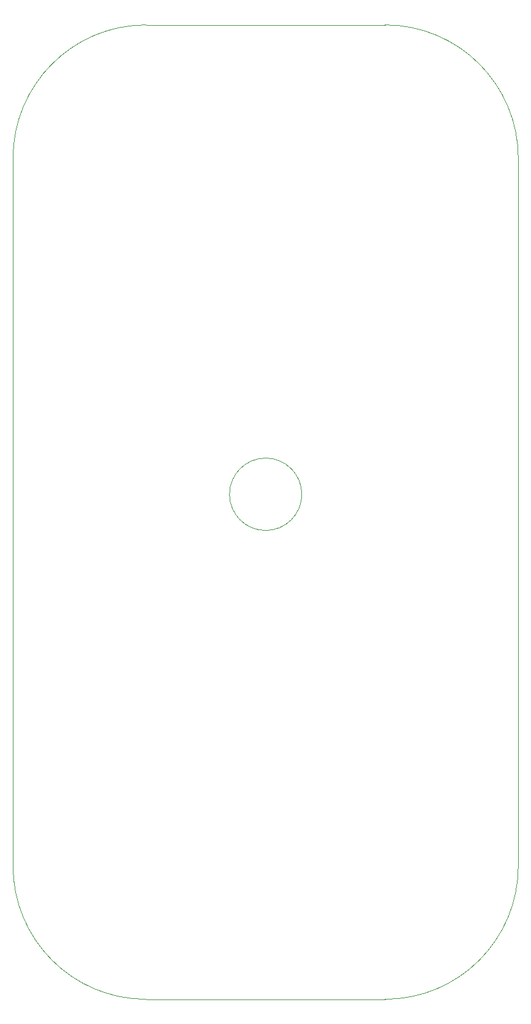
<source format=gbr>
G04 #@! TF.GenerationSoftware,KiCad,Pcbnew,(5.1.9-0-10_14)*
G04 #@! TF.CreationDate,2021-03-16T08:56:42-07:00*
G04 #@! TF.ProjectId,inkkeys,696e6b6b-6579-4732-9e6b-696361645f70,rev?*
G04 #@! TF.SameCoordinates,Original*
G04 #@! TF.FileFunction,Profile,NP*
%FSLAX46Y46*%
G04 Gerber Fmt 4.6, Leading zero omitted, Abs format (unit mm)*
G04 Created by KiCad (PCBNEW (5.1.9-0-10_14)) date 2021-03-16 08:56:42*
%MOMM*%
%LPD*%
G01*
G04 APERTURE LIST*
G04 #@! TA.AperFunction,Profile*
%ADD10C,0.100000*%
G04 #@! TD*
G04 APERTURE END LIST*
D10*
X106680000Y-35560000D02*
G75*
G02*
X125095000Y-53975000I0J-18415000D01*
G01*
X55245000Y-53975000D02*
G75*
G02*
X73660000Y-35560000I18415000J0D01*
G01*
X73660000Y-170180000D02*
G75*
G02*
X55245000Y-151765000I0J18415000D01*
G01*
X125095000Y-151765000D02*
G75*
G02*
X106680000Y-170180000I-18415000J0D01*
G01*
X73660000Y-170180000D02*
X106680000Y-170180000D01*
X125095000Y-53975000D02*
X125095000Y-151765000D01*
X73660000Y-35560000D02*
X106680000Y-35560000D01*
X55245000Y-53975000D02*
X55245000Y-151765000D01*
X95170000Y-100410000D02*
G75*
G03*
X95170000Y-100410000I-5000000J0D01*
G01*
M02*

</source>
